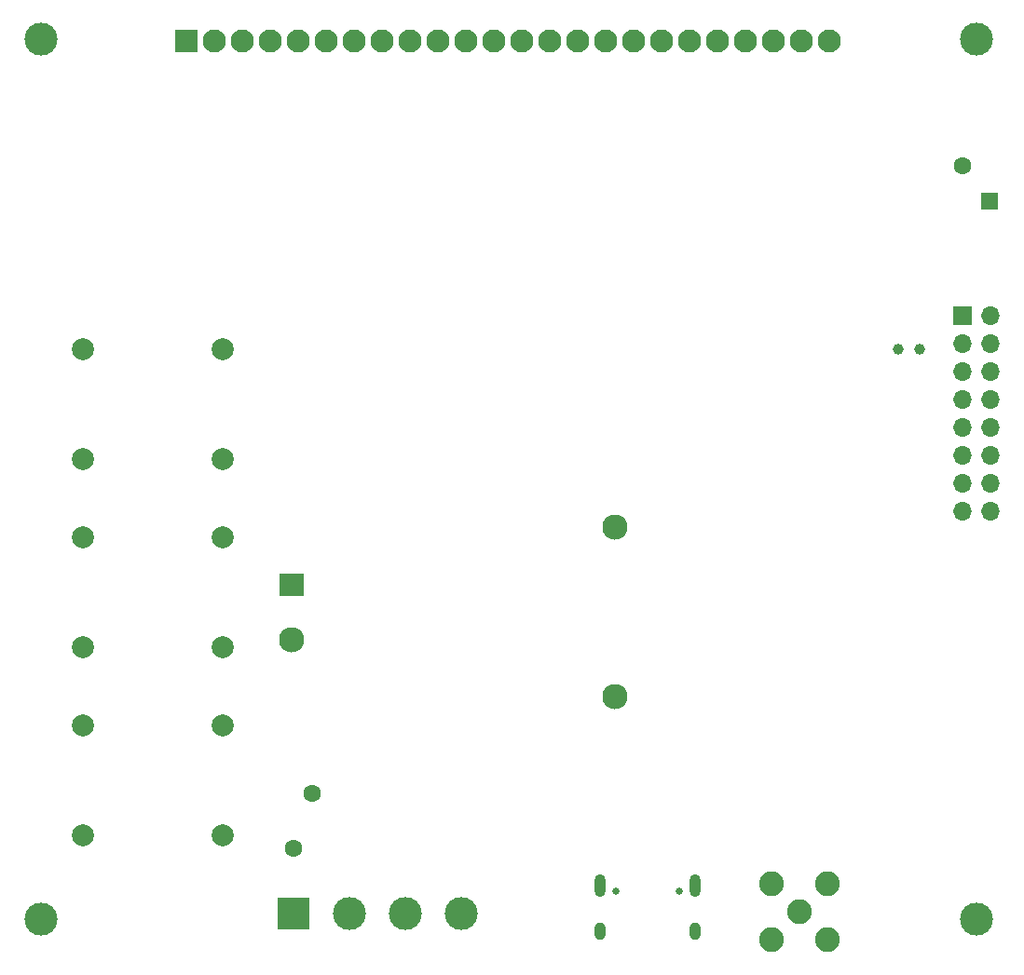
<source format=gbr>
G04 #@! TF.GenerationSoftware,KiCad,Pcbnew,5.1.8-db9833491~87~ubuntu20.04.1*
G04 #@! TF.CreationDate,2020-11-25T08:58:25+01:00*
G04 #@! TF.ProjectId,snoopy,736e6f6f-7079-42e6-9b69-6361645f7063,v1.0*
G04 #@! TF.SameCoordinates,Original*
G04 #@! TF.FileFunction,Soldermask,Bot*
G04 #@! TF.FilePolarity,Negative*
%FSLAX46Y46*%
G04 Gerber Fmt 4.6, Leading zero omitted, Abs format (unit mm)*
G04 Created by KiCad (PCBNEW 5.1.8-db9833491~87~ubuntu20.04.1) date 2020-11-25 08:58:25*
%MOMM*%
%LPD*%
G01*
G04 APERTURE LIST*
%ADD10C,2.300000*%
%ADD11R,2.300000X2.000000*%
%ADD12C,3.000000*%
%ADD13R,1.700000X1.700000*%
%ADD14O,1.700000X1.700000*%
%ADD15C,1.000000*%
%ADD16R,3.000000X3.000000*%
%ADD17C,1.600000*%
%ADD18R,1.600000X1.600000*%
%ADD19C,2.250000*%
%ADD20R,2.100000X2.100000*%
%ADD21C,2.100000*%
%ADD22O,1.000000X1.600000*%
%ADD23C,0.650000*%
%ADD24O,1.000000X2.100000*%
%ADD25C,2.000000*%
G04 APERTURE END LIST*
D10*
X157180000Y-111900000D03*
D11*
X127780000Y-117100000D03*
D10*
X127780000Y-122100000D03*
X157180000Y-127300000D03*
D12*
X105000000Y-147500000D03*
X190000000Y-147500000D03*
X190000000Y-67500000D03*
X105000000Y-67500000D03*
D13*
X188722000Y-92646000D03*
D14*
X191262000Y-92646000D03*
X188722000Y-95186000D03*
X191262000Y-95186000D03*
X188722000Y-97726000D03*
X191262000Y-97726000D03*
X188722000Y-100266000D03*
X191262000Y-100266000D03*
X188722000Y-102806000D03*
X191262000Y-102806000D03*
X188722000Y-105346000D03*
X191262000Y-105346000D03*
X188722000Y-107886000D03*
X191262000Y-107886000D03*
X188722000Y-110426000D03*
X191262000Y-110426000D03*
D15*
X182930000Y-95680000D03*
X184830000Y-95680000D03*
D12*
X133050000Y-147000000D03*
X138130000Y-147000000D03*
D16*
X127970000Y-147000000D03*
D12*
X143210000Y-147000000D03*
D17*
X127990000Y-141040000D03*
X129640000Y-136040000D03*
D18*
X191210000Y-82240000D03*
D17*
X188760000Y-78990000D03*
D19*
X173920000Y-146810000D03*
X171380000Y-144270000D03*
X171380000Y-149350000D03*
X176460000Y-149350000D03*
X176460000Y-144270000D03*
D20*
X118250000Y-67700000D03*
D21*
X120790000Y-67700000D03*
X123330000Y-67700000D03*
X125870000Y-67700000D03*
X128410000Y-67700000D03*
X130950000Y-67700000D03*
X133490000Y-67700000D03*
X136030000Y-67700000D03*
X156350000Y-67700000D03*
X141110000Y-67700000D03*
X138570000Y-67700000D03*
X143650000Y-67700000D03*
X148730000Y-67700000D03*
X153810000Y-67700000D03*
X151270000Y-67700000D03*
X146190000Y-67700000D03*
X176670000Y-67700000D03*
X161430000Y-67700000D03*
X158890000Y-67700000D03*
X163970000Y-67700000D03*
X169050000Y-67700000D03*
X174130000Y-67700000D03*
X171590000Y-67700000D03*
X166510000Y-67700000D03*
D22*
X164470000Y-148650000D03*
D23*
X163040000Y-145000000D03*
D22*
X155830000Y-148650000D03*
D23*
X157260000Y-145000000D03*
D24*
X155830000Y-144470000D03*
X164470000Y-144470000D03*
D25*
X121530000Y-139890000D03*
X121530000Y-129890000D03*
X108830000Y-139890000D03*
X108830000Y-129890000D03*
X108830000Y-112790000D03*
X108830000Y-122790000D03*
X121530000Y-112790000D03*
X121530000Y-122790000D03*
X121530000Y-105690000D03*
X121530000Y-95690000D03*
X108830000Y-105690000D03*
X108830000Y-95690000D03*
M02*

</source>
